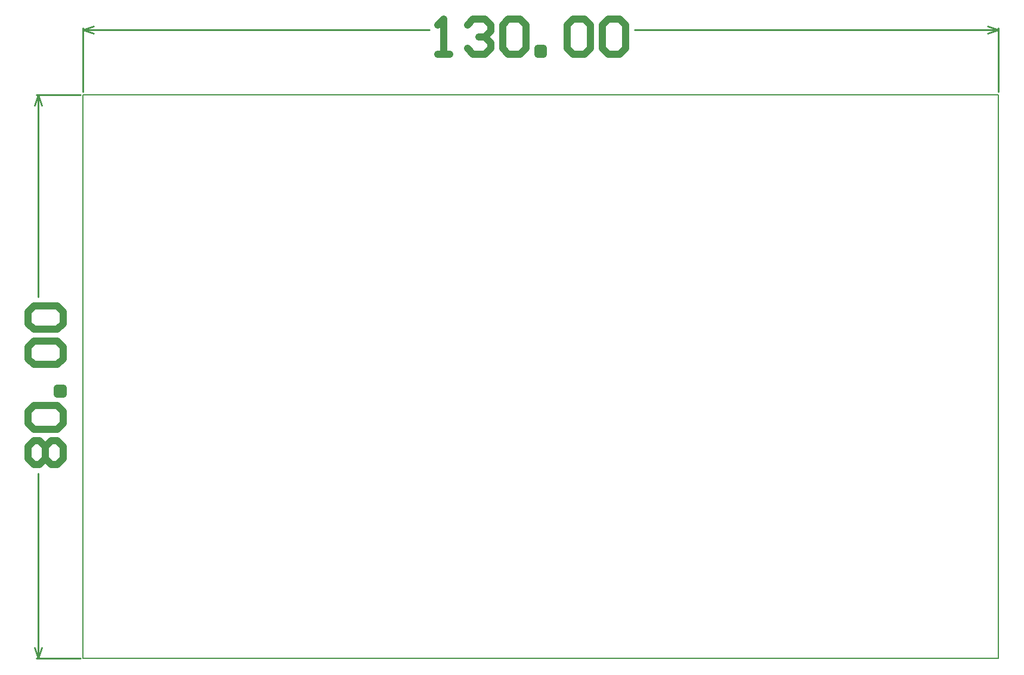
<source format=gm1>
G04*
G04 #@! TF.GenerationSoftware,Altium Limited,Altium Designer,21.6.1 (37)*
G04*
G04 Layer_Color=16711935*
%FSLAX44Y44*%
%MOMM*%
G71*
G04*
G04 #@! TF.SameCoordinates,38397863-0F1A-4956-A7FE-9114BFC2A937*
G04*
G04*
G04 #@! TF.FilePolarity,Positive*
G04*
G01*
G75*
%ADD12C,0.2000*%
%ADD14C,0.2540*%
%ADD101C,1.0000*%
D12*
X0Y0D02*
X1300000D01*
X0D02*
Y800000D01*
X1300000Y0D02*
Y800000D01*
X0D02*
X1300000D01*
D14*
X-63000D02*
X-57920Y784760D01*
X-68080D02*
X-63000Y800000D01*
X-68080Y15240D02*
X-63000Y0D01*
X-57920Y15240D01*
X-63000Y512464D02*
Y800000D01*
Y0D02*
Y262456D01*
X-65540Y800000D02*
X-3540D01*
X-65540Y0D02*
X-3540D01*
X0Y892000D02*
X15240Y897080D01*
X0Y892000D02*
X15240Y886920D01*
X1284760D02*
X1300000Y892000D01*
X1284760Y897080D02*
X1300000Y892000D01*
X0D02*
X491630D01*
X783290D02*
X1300000D01*
X0Y803540D02*
Y894540D01*
X1300000Y803540D02*
Y894540D01*
D101*
X-69661Y274996D02*
X-77992Y283327D01*
Y299988D01*
X-69661Y308319D01*
X-61331D01*
X-53000Y299988D01*
X-44669Y308319D01*
X-36339D01*
X-28008Y299988D01*
Y283327D01*
X-36339Y274996D01*
X-44669D01*
X-53000Y283327D01*
X-61331Y274996D01*
X-69661D01*
X-53000Y283327D02*
Y299988D01*
X-69661Y324980D02*
X-77992Y333311D01*
Y349972D01*
X-69661Y358303D01*
X-36339D01*
X-28008Y349972D01*
Y333311D01*
X-36339Y324980D01*
X-69661D01*
X-28008Y374964D02*
X-36339D01*
Y383295D01*
X-28008D01*
Y374964D01*
X-69661Y416617D02*
X-77992Y424948D01*
Y441609D01*
X-69661Y449940D01*
X-36339D01*
X-28008Y441609D01*
Y424948D01*
X-36339Y416617D01*
X-69661D01*
Y466601D02*
X-77992Y474932D01*
Y491593D01*
X-69661Y499924D01*
X-36339D01*
X-28008Y491593D01*
Y474932D01*
X-36339Y466601D01*
X-69661D01*
X504170Y857008D02*
X520831D01*
X512500D01*
Y906992D01*
X504170Y898661D01*
X545823D02*
X554154Y906992D01*
X570815D01*
X579146Y898661D01*
Y890331D01*
X570815Y882000D01*
X562484D01*
X570815D01*
X579146Y873669D01*
Y865339D01*
X570815Y857008D01*
X554154D01*
X545823Y865339D01*
X595807Y898661D02*
X604137Y906992D01*
X620799D01*
X629129Y898661D01*
Y865339D01*
X620799Y857008D01*
X604137D01*
X595807Y865339D01*
Y898661D01*
X645791Y857008D02*
Y865339D01*
X654121D01*
Y857008D01*
X645791D01*
X687444Y898661D02*
X695775Y906992D01*
X712436D01*
X720766Y898661D01*
Y865339D01*
X712436Y857008D01*
X695775D01*
X687444Y865339D01*
Y898661D01*
X737428D02*
X745758Y906992D01*
X762420D01*
X770750Y898661D01*
Y865339D01*
X762420Y857008D01*
X745758D01*
X737428Y865339D01*
Y898661D01*
M02*

</source>
